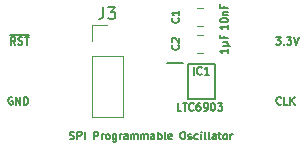
<source format=gbr>
%TF.GenerationSoftware,KiCad,Pcbnew,7.0.5*%
%TF.CreationDate,2023-12-18T16:36:39+02:00*%
%TF.ProjectId,Clock LTC6903,436c6f63-6b20-44c5-9443-363930332e6b,rev?*%
%TF.SameCoordinates,Original*%
%TF.FileFunction,Legend,Top*%
%TF.FilePolarity,Positive*%
%FSLAX46Y46*%
G04 Gerber Fmt 4.6, Leading zero omitted, Abs format (unit mm)*
G04 Created by KiCad (PCBNEW 7.0.5) date 2023-12-18 16:36:39*
%MOMM*%
%LPD*%
G01*
G04 APERTURE LIST*
%ADD10C,0.150000*%
%ADD11C,0.200000*%
%ADD12C,0.120000*%
G04 APERTURE END LIST*
D10*
X116198951Y-61606250D02*
X116289665Y-61636488D01*
X116289665Y-61636488D02*
X116440856Y-61636488D01*
X116440856Y-61636488D02*
X116501332Y-61606250D01*
X116501332Y-61606250D02*
X116531570Y-61576011D01*
X116531570Y-61576011D02*
X116561808Y-61515535D01*
X116561808Y-61515535D02*
X116561808Y-61455059D01*
X116561808Y-61455059D02*
X116531570Y-61394583D01*
X116531570Y-61394583D02*
X116501332Y-61364345D01*
X116501332Y-61364345D02*
X116440856Y-61334107D01*
X116440856Y-61334107D02*
X116319903Y-61303869D01*
X116319903Y-61303869D02*
X116259427Y-61273630D01*
X116259427Y-61273630D02*
X116229189Y-61243392D01*
X116229189Y-61243392D02*
X116198951Y-61182916D01*
X116198951Y-61182916D02*
X116198951Y-61122440D01*
X116198951Y-61122440D02*
X116229189Y-61061964D01*
X116229189Y-61061964D02*
X116259427Y-61031726D01*
X116259427Y-61031726D02*
X116319903Y-61001488D01*
X116319903Y-61001488D02*
X116471094Y-61001488D01*
X116471094Y-61001488D02*
X116561808Y-61031726D01*
X116833951Y-61636488D02*
X116833951Y-61001488D01*
X116833951Y-61001488D02*
X117075856Y-61001488D01*
X117075856Y-61001488D02*
X117136332Y-61031726D01*
X117136332Y-61031726D02*
X117166570Y-61061964D01*
X117166570Y-61061964D02*
X117196808Y-61122440D01*
X117196808Y-61122440D02*
X117196808Y-61213154D01*
X117196808Y-61213154D02*
X117166570Y-61273630D01*
X117166570Y-61273630D02*
X117136332Y-61303869D01*
X117136332Y-61303869D02*
X117075856Y-61334107D01*
X117075856Y-61334107D02*
X116833951Y-61334107D01*
X117468951Y-61636488D02*
X117468951Y-61001488D01*
X118255142Y-61636488D02*
X118255142Y-61001488D01*
X118255142Y-61001488D02*
X118497047Y-61001488D01*
X118497047Y-61001488D02*
X118557523Y-61031726D01*
X118557523Y-61031726D02*
X118587761Y-61061964D01*
X118587761Y-61061964D02*
X118617999Y-61122440D01*
X118617999Y-61122440D02*
X118617999Y-61213154D01*
X118617999Y-61213154D02*
X118587761Y-61273630D01*
X118587761Y-61273630D02*
X118557523Y-61303869D01*
X118557523Y-61303869D02*
X118497047Y-61334107D01*
X118497047Y-61334107D02*
X118255142Y-61334107D01*
X118890142Y-61636488D02*
X118890142Y-61213154D01*
X118890142Y-61334107D02*
X118920380Y-61273630D01*
X118920380Y-61273630D02*
X118950618Y-61243392D01*
X118950618Y-61243392D02*
X119011094Y-61213154D01*
X119011094Y-61213154D02*
X119071571Y-61213154D01*
X119373951Y-61636488D02*
X119313475Y-61606250D01*
X119313475Y-61606250D02*
X119283237Y-61576011D01*
X119283237Y-61576011D02*
X119252999Y-61515535D01*
X119252999Y-61515535D02*
X119252999Y-61334107D01*
X119252999Y-61334107D02*
X119283237Y-61273630D01*
X119283237Y-61273630D02*
X119313475Y-61243392D01*
X119313475Y-61243392D02*
X119373951Y-61213154D01*
X119373951Y-61213154D02*
X119464666Y-61213154D01*
X119464666Y-61213154D02*
X119525142Y-61243392D01*
X119525142Y-61243392D02*
X119555380Y-61273630D01*
X119555380Y-61273630D02*
X119585618Y-61334107D01*
X119585618Y-61334107D02*
X119585618Y-61515535D01*
X119585618Y-61515535D02*
X119555380Y-61576011D01*
X119555380Y-61576011D02*
X119525142Y-61606250D01*
X119525142Y-61606250D02*
X119464666Y-61636488D01*
X119464666Y-61636488D02*
X119373951Y-61636488D01*
X120129904Y-61213154D02*
X120129904Y-61727202D01*
X120129904Y-61727202D02*
X120099666Y-61787678D01*
X120099666Y-61787678D02*
X120069428Y-61817916D01*
X120069428Y-61817916D02*
X120008951Y-61848154D01*
X120008951Y-61848154D02*
X119918237Y-61848154D01*
X119918237Y-61848154D02*
X119857761Y-61817916D01*
X120129904Y-61606250D02*
X120069428Y-61636488D01*
X120069428Y-61636488D02*
X119948475Y-61636488D01*
X119948475Y-61636488D02*
X119887999Y-61606250D01*
X119887999Y-61606250D02*
X119857761Y-61576011D01*
X119857761Y-61576011D02*
X119827523Y-61515535D01*
X119827523Y-61515535D02*
X119827523Y-61334107D01*
X119827523Y-61334107D02*
X119857761Y-61273630D01*
X119857761Y-61273630D02*
X119887999Y-61243392D01*
X119887999Y-61243392D02*
X119948475Y-61213154D01*
X119948475Y-61213154D02*
X120069428Y-61213154D01*
X120069428Y-61213154D02*
X120129904Y-61243392D01*
X120432285Y-61636488D02*
X120432285Y-61213154D01*
X120432285Y-61334107D02*
X120462523Y-61273630D01*
X120462523Y-61273630D02*
X120492761Y-61243392D01*
X120492761Y-61243392D02*
X120553237Y-61213154D01*
X120553237Y-61213154D02*
X120613714Y-61213154D01*
X121097523Y-61636488D02*
X121097523Y-61303869D01*
X121097523Y-61303869D02*
X121067285Y-61243392D01*
X121067285Y-61243392D02*
X121006809Y-61213154D01*
X121006809Y-61213154D02*
X120885856Y-61213154D01*
X120885856Y-61213154D02*
X120825380Y-61243392D01*
X121097523Y-61606250D02*
X121037047Y-61636488D01*
X121037047Y-61636488D02*
X120885856Y-61636488D01*
X120885856Y-61636488D02*
X120825380Y-61606250D01*
X120825380Y-61606250D02*
X120795142Y-61545773D01*
X120795142Y-61545773D02*
X120795142Y-61485297D01*
X120795142Y-61485297D02*
X120825380Y-61424821D01*
X120825380Y-61424821D02*
X120885856Y-61394583D01*
X120885856Y-61394583D02*
X121037047Y-61394583D01*
X121037047Y-61394583D02*
X121097523Y-61364345D01*
X121399904Y-61636488D02*
X121399904Y-61213154D01*
X121399904Y-61273630D02*
X121430142Y-61243392D01*
X121430142Y-61243392D02*
X121490618Y-61213154D01*
X121490618Y-61213154D02*
X121581333Y-61213154D01*
X121581333Y-61213154D02*
X121641809Y-61243392D01*
X121641809Y-61243392D02*
X121672047Y-61303869D01*
X121672047Y-61303869D02*
X121672047Y-61636488D01*
X121672047Y-61303869D02*
X121702285Y-61243392D01*
X121702285Y-61243392D02*
X121762761Y-61213154D01*
X121762761Y-61213154D02*
X121853475Y-61213154D01*
X121853475Y-61213154D02*
X121913952Y-61243392D01*
X121913952Y-61243392D02*
X121944190Y-61303869D01*
X121944190Y-61303869D02*
X121944190Y-61636488D01*
X122246571Y-61636488D02*
X122246571Y-61213154D01*
X122246571Y-61273630D02*
X122276809Y-61243392D01*
X122276809Y-61243392D02*
X122337285Y-61213154D01*
X122337285Y-61213154D02*
X122428000Y-61213154D01*
X122428000Y-61213154D02*
X122488476Y-61243392D01*
X122488476Y-61243392D02*
X122518714Y-61303869D01*
X122518714Y-61303869D02*
X122518714Y-61636488D01*
X122518714Y-61303869D02*
X122548952Y-61243392D01*
X122548952Y-61243392D02*
X122609428Y-61213154D01*
X122609428Y-61213154D02*
X122700142Y-61213154D01*
X122700142Y-61213154D02*
X122760619Y-61243392D01*
X122760619Y-61243392D02*
X122790857Y-61303869D01*
X122790857Y-61303869D02*
X122790857Y-61636488D01*
X123365381Y-61636488D02*
X123365381Y-61303869D01*
X123365381Y-61303869D02*
X123335143Y-61243392D01*
X123335143Y-61243392D02*
X123274667Y-61213154D01*
X123274667Y-61213154D02*
X123153714Y-61213154D01*
X123153714Y-61213154D02*
X123093238Y-61243392D01*
X123365381Y-61606250D02*
X123304905Y-61636488D01*
X123304905Y-61636488D02*
X123153714Y-61636488D01*
X123153714Y-61636488D02*
X123093238Y-61606250D01*
X123093238Y-61606250D02*
X123063000Y-61545773D01*
X123063000Y-61545773D02*
X123063000Y-61485297D01*
X123063000Y-61485297D02*
X123093238Y-61424821D01*
X123093238Y-61424821D02*
X123153714Y-61394583D01*
X123153714Y-61394583D02*
X123304905Y-61394583D01*
X123304905Y-61394583D02*
X123365381Y-61364345D01*
X123667762Y-61636488D02*
X123667762Y-61001488D01*
X123667762Y-61243392D02*
X123728238Y-61213154D01*
X123728238Y-61213154D02*
X123849191Y-61213154D01*
X123849191Y-61213154D02*
X123909667Y-61243392D01*
X123909667Y-61243392D02*
X123939905Y-61273630D01*
X123939905Y-61273630D02*
X123970143Y-61334107D01*
X123970143Y-61334107D02*
X123970143Y-61515535D01*
X123970143Y-61515535D02*
X123939905Y-61576011D01*
X123939905Y-61576011D02*
X123909667Y-61606250D01*
X123909667Y-61606250D02*
X123849191Y-61636488D01*
X123849191Y-61636488D02*
X123728238Y-61636488D01*
X123728238Y-61636488D02*
X123667762Y-61606250D01*
X124333000Y-61636488D02*
X124272524Y-61606250D01*
X124272524Y-61606250D02*
X124242286Y-61545773D01*
X124242286Y-61545773D02*
X124242286Y-61001488D01*
X124816810Y-61606250D02*
X124756334Y-61636488D01*
X124756334Y-61636488D02*
X124635381Y-61636488D01*
X124635381Y-61636488D02*
X124574905Y-61606250D01*
X124574905Y-61606250D02*
X124544667Y-61545773D01*
X124544667Y-61545773D02*
X124544667Y-61303869D01*
X124544667Y-61303869D02*
X124574905Y-61243392D01*
X124574905Y-61243392D02*
X124635381Y-61213154D01*
X124635381Y-61213154D02*
X124756334Y-61213154D01*
X124756334Y-61213154D02*
X124816810Y-61243392D01*
X124816810Y-61243392D02*
X124847048Y-61303869D01*
X124847048Y-61303869D02*
X124847048Y-61364345D01*
X124847048Y-61364345D02*
X124544667Y-61424821D01*
X125723953Y-61001488D02*
X125844906Y-61001488D01*
X125844906Y-61001488D02*
X125905382Y-61031726D01*
X125905382Y-61031726D02*
X125965858Y-61092202D01*
X125965858Y-61092202D02*
X125996096Y-61213154D01*
X125996096Y-61213154D02*
X125996096Y-61424821D01*
X125996096Y-61424821D02*
X125965858Y-61545773D01*
X125965858Y-61545773D02*
X125905382Y-61606250D01*
X125905382Y-61606250D02*
X125844906Y-61636488D01*
X125844906Y-61636488D02*
X125723953Y-61636488D01*
X125723953Y-61636488D02*
X125663477Y-61606250D01*
X125663477Y-61606250D02*
X125603001Y-61545773D01*
X125603001Y-61545773D02*
X125572763Y-61424821D01*
X125572763Y-61424821D02*
X125572763Y-61213154D01*
X125572763Y-61213154D02*
X125603001Y-61092202D01*
X125603001Y-61092202D02*
X125663477Y-61031726D01*
X125663477Y-61031726D02*
X125723953Y-61001488D01*
X126238001Y-61606250D02*
X126298477Y-61636488D01*
X126298477Y-61636488D02*
X126419429Y-61636488D01*
X126419429Y-61636488D02*
X126479906Y-61606250D01*
X126479906Y-61606250D02*
X126510144Y-61545773D01*
X126510144Y-61545773D02*
X126510144Y-61515535D01*
X126510144Y-61515535D02*
X126479906Y-61455059D01*
X126479906Y-61455059D02*
X126419429Y-61424821D01*
X126419429Y-61424821D02*
X126328715Y-61424821D01*
X126328715Y-61424821D02*
X126268239Y-61394583D01*
X126268239Y-61394583D02*
X126238001Y-61334107D01*
X126238001Y-61334107D02*
X126238001Y-61303869D01*
X126238001Y-61303869D02*
X126268239Y-61243392D01*
X126268239Y-61243392D02*
X126328715Y-61213154D01*
X126328715Y-61213154D02*
X126419429Y-61213154D01*
X126419429Y-61213154D02*
X126479906Y-61243392D01*
X127054430Y-61606250D02*
X126993954Y-61636488D01*
X126993954Y-61636488D02*
X126873001Y-61636488D01*
X126873001Y-61636488D02*
X126812525Y-61606250D01*
X126812525Y-61606250D02*
X126782287Y-61576011D01*
X126782287Y-61576011D02*
X126752049Y-61515535D01*
X126752049Y-61515535D02*
X126752049Y-61334107D01*
X126752049Y-61334107D02*
X126782287Y-61273630D01*
X126782287Y-61273630D02*
X126812525Y-61243392D01*
X126812525Y-61243392D02*
X126873001Y-61213154D01*
X126873001Y-61213154D02*
X126993954Y-61213154D01*
X126993954Y-61213154D02*
X127054430Y-61243392D01*
X127326573Y-61636488D02*
X127326573Y-61213154D01*
X127326573Y-61001488D02*
X127296335Y-61031726D01*
X127296335Y-61031726D02*
X127326573Y-61061964D01*
X127326573Y-61061964D02*
X127356811Y-61031726D01*
X127356811Y-61031726D02*
X127326573Y-61001488D01*
X127326573Y-61001488D02*
X127326573Y-61061964D01*
X127719668Y-61636488D02*
X127659192Y-61606250D01*
X127659192Y-61606250D02*
X127628954Y-61545773D01*
X127628954Y-61545773D02*
X127628954Y-61001488D01*
X128052287Y-61636488D02*
X127991811Y-61606250D01*
X127991811Y-61606250D02*
X127961573Y-61545773D01*
X127961573Y-61545773D02*
X127961573Y-61001488D01*
X128566335Y-61636488D02*
X128566335Y-61303869D01*
X128566335Y-61303869D02*
X128536097Y-61243392D01*
X128536097Y-61243392D02*
X128475621Y-61213154D01*
X128475621Y-61213154D02*
X128354668Y-61213154D01*
X128354668Y-61213154D02*
X128294192Y-61243392D01*
X128566335Y-61606250D02*
X128505859Y-61636488D01*
X128505859Y-61636488D02*
X128354668Y-61636488D01*
X128354668Y-61636488D02*
X128294192Y-61606250D01*
X128294192Y-61606250D02*
X128263954Y-61545773D01*
X128263954Y-61545773D02*
X128263954Y-61485297D01*
X128263954Y-61485297D02*
X128294192Y-61424821D01*
X128294192Y-61424821D02*
X128354668Y-61394583D01*
X128354668Y-61394583D02*
X128505859Y-61394583D01*
X128505859Y-61394583D02*
X128566335Y-61364345D01*
X128778002Y-61213154D02*
X129019906Y-61213154D01*
X128868716Y-61001488D02*
X128868716Y-61545773D01*
X128868716Y-61545773D02*
X128898954Y-61606250D01*
X128898954Y-61606250D02*
X128959430Y-61636488D01*
X128959430Y-61636488D02*
X129019906Y-61636488D01*
X129322287Y-61636488D02*
X129261811Y-61606250D01*
X129261811Y-61606250D02*
X129231573Y-61576011D01*
X129231573Y-61576011D02*
X129201335Y-61515535D01*
X129201335Y-61515535D02*
X129201335Y-61334107D01*
X129201335Y-61334107D02*
X129231573Y-61273630D01*
X129231573Y-61273630D02*
X129261811Y-61243392D01*
X129261811Y-61243392D02*
X129322287Y-61213154D01*
X129322287Y-61213154D02*
X129413002Y-61213154D01*
X129413002Y-61213154D02*
X129473478Y-61243392D01*
X129473478Y-61243392D02*
X129503716Y-61273630D01*
X129503716Y-61273630D02*
X129533954Y-61334107D01*
X129533954Y-61334107D02*
X129533954Y-61515535D01*
X129533954Y-61515535D02*
X129503716Y-61576011D01*
X129503716Y-61576011D02*
X129473478Y-61606250D01*
X129473478Y-61606250D02*
X129413002Y-61636488D01*
X129413002Y-61636488D02*
X129322287Y-61636488D01*
X129806097Y-61636488D02*
X129806097Y-61213154D01*
X129806097Y-61334107D02*
X129836335Y-61273630D01*
X129836335Y-61273630D02*
X129866573Y-61243392D01*
X129866573Y-61243392D02*
X129927049Y-61213154D01*
X129927049Y-61213154D02*
X129987526Y-61213154D01*
X111594791Y-53625963D02*
X111383124Y-53323582D01*
X111231934Y-53625963D02*
X111231934Y-52990963D01*
X111231934Y-52990963D02*
X111473839Y-52990963D01*
X111473839Y-52990963D02*
X111534315Y-53021201D01*
X111534315Y-53021201D02*
X111564553Y-53051439D01*
X111564553Y-53051439D02*
X111594791Y-53111915D01*
X111594791Y-53111915D02*
X111594791Y-53202629D01*
X111594791Y-53202629D02*
X111564553Y-53263105D01*
X111564553Y-53263105D02*
X111534315Y-53293344D01*
X111534315Y-53293344D02*
X111473839Y-53323582D01*
X111473839Y-53323582D02*
X111231934Y-53323582D01*
X111836696Y-53595725D02*
X111927410Y-53625963D01*
X111927410Y-53625963D02*
X112078601Y-53625963D01*
X112078601Y-53625963D02*
X112139077Y-53595725D01*
X112139077Y-53595725D02*
X112169315Y-53565486D01*
X112169315Y-53565486D02*
X112199553Y-53505010D01*
X112199553Y-53505010D02*
X112199553Y-53444534D01*
X112199553Y-53444534D02*
X112169315Y-53384058D01*
X112169315Y-53384058D02*
X112139077Y-53353820D01*
X112139077Y-53353820D02*
X112078601Y-53323582D01*
X112078601Y-53323582D02*
X111957648Y-53293344D01*
X111957648Y-53293344D02*
X111897172Y-53263105D01*
X111897172Y-53263105D02*
X111866934Y-53232867D01*
X111866934Y-53232867D02*
X111836696Y-53172391D01*
X111836696Y-53172391D02*
X111836696Y-53111915D01*
X111836696Y-53111915D02*
X111866934Y-53051439D01*
X111866934Y-53051439D02*
X111897172Y-53021201D01*
X111897172Y-53021201D02*
X111957648Y-52990963D01*
X111957648Y-52990963D02*
X112108839Y-52990963D01*
X112108839Y-52990963D02*
X112199553Y-53021201D01*
X112380982Y-52990963D02*
X112743839Y-52990963D01*
X112562410Y-53625963D02*
X112562410Y-52990963D01*
X111144244Y-52814675D02*
X112740816Y-52814675D01*
X111352887Y-58101201D02*
X111292411Y-58070963D01*
X111292411Y-58070963D02*
X111201697Y-58070963D01*
X111201697Y-58070963D02*
X111110982Y-58101201D01*
X111110982Y-58101201D02*
X111050506Y-58161677D01*
X111050506Y-58161677D02*
X111020268Y-58222153D01*
X111020268Y-58222153D02*
X110990030Y-58343105D01*
X110990030Y-58343105D02*
X110990030Y-58433820D01*
X110990030Y-58433820D02*
X111020268Y-58554772D01*
X111020268Y-58554772D02*
X111050506Y-58615248D01*
X111050506Y-58615248D02*
X111110982Y-58675725D01*
X111110982Y-58675725D02*
X111201697Y-58705963D01*
X111201697Y-58705963D02*
X111262173Y-58705963D01*
X111262173Y-58705963D02*
X111352887Y-58675725D01*
X111352887Y-58675725D02*
X111383125Y-58645486D01*
X111383125Y-58645486D02*
X111383125Y-58433820D01*
X111383125Y-58433820D02*
X111262173Y-58433820D01*
X111655268Y-58705963D02*
X111655268Y-58070963D01*
X111655268Y-58070963D02*
X112018125Y-58705963D01*
X112018125Y-58705963D02*
X112018125Y-58070963D01*
X112320506Y-58705963D02*
X112320506Y-58070963D01*
X112320506Y-58070963D02*
X112471696Y-58070963D01*
X112471696Y-58070963D02*
X112562411Y-58101201D01*
X112562411Y-58101201D02*
X112622887Y-58161677D01*
X112622887Y-58161677D02*
X112653125Y-58222153D01*
X112653125Y-58222153D02*
X112683363Y-58343105D01*
X112683363Y-58343105D02*
X112683363Y-58433820D01*
X112683363Y-58433820D02*
X112653125Y-58554772D01*
X112653125Y-58554772D02*
X112622887Y-58615248D01*
X112622887Y-58615248D02*
X112562411Y-58675725D01*
X112562411Y-58675725D02*
X112471696Y-58705963D01*
X112471696Y-58705963D02*
X112320506Y-58705963D01*
X133666398Y-52990963D02*
X134059493Y-52990963D01*
X134059493Y-52990963D02*
X133847826Y-53232867D01*
X133847826Y-53232867D02*
X133938541Y-53232867D01*
X133938541Y-53232867D02*
X133999017Y-53263105D01*
X133999017Y-53263105D02*
X134029255Y-53293344D01*
X134029255Y-53293344D02*
X134059493Y-53353820D01*
X134059493Y-53353820D02*
X134059493Y-53505010D01*
X134059493Y-53505010D02*
X134029255Y-53565486D01*
X134029255Y-53565486D02*
X133999017Y-53595725D01*
X133999017Y-53595725D02*
X133938541Y-53625963D01*
X133938541Y-53625963D02*
X133757112Y-53625963D01*
X133757112Y-53625963D02*
X133696636Y-53595725D01*
X133696636Y-53595725D02*
X133666398Y-53565486D01*
X134331636Y-53565486D02*
X134361874Y-53595725D01*
X134361874Y-53595725D02*
X134331636Y-53625963D01*
X134331636Y-53625963D02*
X134301398Y-53595725D01*
X134301398Y-53595725D02*
X134331636Y-53565486D01*
X134331636Y-53565486D02*
X134331636Y-53625963D01*
X134573541Y-52990963D02*
X134966636Y-52990963D01*
X134966636Y-52990963D02*
X134754969Y-53232867D01*
X134754969Y-53232867D02*
X134845684Y-53232867D01*
X134845684Y-53232867D02*
X134906160Y-53263105D01*
X134906160Y-53263105D02*
X134936398Y-53293344D01*
X134936398Y-53293344D02*
X134966636Y-53353820D01*
X134966636Y-53353820D02*
X134966636Y-53505010D01*
X134966636Y-53505010D02*
X134936398Y-53565486D01*
X134936398Y-53565486D02*
X134906160Y-53595725D01*
X134906160Y-53595725D02*
X134845684Y-53625963D01*
X134845684Y-53625963D02*
X134664255Y-53625963D01*
X134664255Y-53625963D02*
X134603779Y-53595725D01*
X134603779Y-53595725D02*
X134573541Y-53565486D01*
X135148065Y-52990963D02*
X135359731Y-53625963D01*
X135359731Y-53625963D02*
X135571398Y-52990963D01*
X134089731Y-58645486D02*
X134059493Y-58675725D01*
X134059493Y-58675725D02*
X133968779Y-58705963D01*
X133968779Y-58705963D02*
X133908303Y-58705963D01*
X133908303Y-58705963D02*
X133817588Y-58675725D01*
X133817588Y-58675725D02*
X133757112Y-58615248D01*
X133757112Y-58615248D02*
X133726874Y-58554772D01*
X133726874Y-58554772D02*
X133696636Y-58433820D01*
X133696636Y-58433820D02*
X133696636Y-58343105D01*
X133696636Y-58343105D02*
X133726874Y-58222153D01*
X133726874Y-58222153D02*
X133757112Y-58161677D01*
X133757112Y-58161677D02*
X133817588Y-58101201D01*
X133817588Y-58101201D02*
X133908303Y-58070963D01*
X133908303Y-58070963D02*
X133968779Y-58070963D01*
X133968779Y-58070963D02*
X134059493Y-58101201D01*
X134059493Y-58101201D02*
X134089731Y-58131439D01*
X134664255Y-58705963D02*
X134361874Y-58705963D01*
X134361874Y-58705963D02*
X134361874Y-58070963D01*
X134875922Y-58705963D02*
X134875922Y-58070963D01*
X135238779Y-58705963D02*
X134966636Y-58343105D01*
X135238779Y-58070963D02*
X134875922Y-58433820D01*
%TO.C,IC1*%
X126708119Y-56165963D02*
X126708119Y-55530963D01*
X127373357Y-56105486D02*
X127343119Y-56135725D01*
X127343119Y-56135725D02*
X127252405Y-56165963D01*
X127252405Y-56165963D02*
X127191929Y-56165963D01*
X127191929Y-56165963D02*
X127101214Y-56135725D01*
X127101214Y-56135725D02*
X127040738Y-56075248D01*
X127040738Y-56075248D02*
X127010500Y-56014772D01*
X127010500Y-56014772D02*
X126980262Y-55893820D01*
X126980262Y-55893820D02*
X126980262Y-55803105D01*
X126980262Y-55803105D02*
X127010500Y-55682153D01*
X127010500Y-55682153D02*
X127040738Y-55621677D01*
X127040738Y-55621677D02*
X127101214Y-55561201D01*
X127101214Y-55561201D02*
X127191929Y-55530963D01*
X127191929Y-55530963D02*
X127252405Y-55530963D01*
X127252405Y-55530963D02*
X127343119Y-55561201D01*
X127343119Y-55561201D02*
X127373357Y-55591439D01*
X127978119Y-56165963D02*
X127615262Y-56165963D01*
X127796690Y-56165963D02*
X127796690Y-55530963D01*
X127796690Y-55530963D02*
X127736214Y-55621677D01*
X127736214Y-55621677D02*
X127675738Y-55682153D01*
X127675738Y-55682153D02*
X127615262Y-55712391D01*
X125628618Y-59213963D02*
X125326237Y-59213963D01*
X125326237Y-59213963D02*
X125326237Y-58578963D01*
X125749571Y-58578963D02*
X126112428Y-58578963D01*
X125930999Y-59213963D02*
X125930999Y-58578963D01*
X126686952Y-59153486D02*
X126656714Y-59183725D01*
X126656714Y-59183725D02*
X126566000Y-59213963D01*
X126566000Y-59213963D02*
X126505524Y-59213963D01*
X126505524Y-59213963D02*
X126414809Y-59183725D01*
X126414809Y-59183725D02*
X126354333Y-59123248D01*
X126354333Y-59123248D02*
X126324095Y-59062772D01*
X126324095Y-59062772D02*
X126293857Y-58941820D01*
X126293857Y-58941820D02*
X126293857Y-58851105D01*
X126293857Y-58851105D02*
X126324095Y-58730153D01*
X126324095Y-58730153D02*
X126354333Y-58669677D01*
X126354333Y-58669677D02*
X126414809Y-58609201D01*
X126414809Y-58609201D02*
X126505524Y-58578963D01*
X126505524Y-58578963D02*
X126566000Y-58578963D01*
X126566000Y-58578963D02*
X126656714Y-58609201D01*
X126656714Y-58609201D02*
X126686952Y-58639439D01*
X127231238Y-58578963D02*
X127110285Y-58578963D01*
X127110285Y-58578963D02*
X127049809Y-58609201D01*
X127049809Y-58609201D02*
X127019571Y-58639439D01*
X127019571Y-58639439D02*
X126959095Y-58730153D01*
X126959095Y-58730153D02*
X126928857Y-58851105D01*
X126928857Y-58851105D02*
X126928857Y-59093010D01*
X126928857Y-59093010D02*
X126959095Y-59153486D01*
X126959095Y-59153486D02*
X126989333Y-59183725D01*
X126989333Y-59183725D02*
X127049809Y-59213963D01*
X127049809Y-59213963D02*
X127170762Y-59213963D01*
X127170762Y-59213963D02*
X127231238Y-59183725D01*
X127231238Y-59183725D02*
X127261476Y-59153486D01*
X127261476Y-59153486D02*
X127291714Y-59093010D01*
X127291714Y-59093010D02*
X127291714Y-58941820D01*
X127291714Y-58941820D02*
X127261476Y-58881344D01*
X127261476Y-58881344D02*
X127231238Y-58851105D01*
X127231238Y-58851105D02*
X127170762Y-58820867D01*
X127170762Y-58820867D02*
X127049809Y-58820867D01*
X127049809Y-58820867D02*
X126989333Y-58851105D01*
X126989333Y-58851105D02*
X126959095Y-58881344D01*
X126959095Y-58881344D02*
X126928857Y-58941820D01*
X127594095Y-59213963D02*
X127715047Y-59213963D01*
X127715047Y-59213963D02*
X127775524Y-59183725D01*
X127775524Y-59183725D02*
X127805762Y-59153486D01*
X127805762Y-59153486D02*
X127866238Y-59062772D01*
X127866238Y-59062772D02*
X127896476Y-58941820D01*
X127896476Y-58941820D02*
X127896476Y-58699915D01*
X127896476Y-58699915D02*
X127866238Y-58639439D01*
X127866238Y-58639439D02*
X127836000Y-58609201D01*
X127836000Y-58609201D02*
X127775524Y-58578963D01*
X127775524Y-58578963D02*
X127654571Y-58578963D01*
X127654571Y-58578963D02*
X127594095Y-58609201D01*
X127594095Y-58609201D02*
X127563857Y-58639439D01*
X127563857Y-58639439D02*
X127533619Y-58699915D01*
X127533619Y-58699915D02*
X127533619Y-58851105D01*
X127533619Y-58851105D02*
X127563857Y-58911582D01*
X127563857Y-58911582D02*
X127594095Y-58941820D01*
X127594095Y-58941820D02*
X127654571Y-58972058D01*
X127654571Y-58972058D02*
X127775524Y-58972058D01*
X127775524Y-58972058D02*
X127836000Y-58941820D01*
X127836000Y-58941820D02*
X127866238Y-58911582D01*
X127866238Y-58911582D02*
X127896476Y-58851105D01*
X128289571Y-58578963D02*
X128350048Y-58578963D01*
X128350048Y-58578963D02*
X128410524Y-58609201D01*
X128410524Y-58609201D02*
X128440762Y-58639439D01*
X128440762Y-58639439D02*
X128471000Y-58699915D01*
X128471000Y-58699915D02*
X128501238Y-58820867D01*
X128501238Y-58820867D02*
X128501238Y-58972058D01*
X128501238Y-58972058D02*
X128471000Y-59093010D01*
X128471000Y-59093010D02*
X128440762Y-59153486D01*
X128440762Y-59153486D02*
X128410524Y-59183725D01*
X128410524Y-59183725D02*
X128350048Y-59213963D01*
X128350048Y-59213963D02*
X128289571Y-59213963D01*
X128289571Y-59213963D02*
X128229095Y-59183725D01*
X128229095Y-59183725D02*
X128198857Y-59153486D01*
X128198857Y-59153486D02*
X128168619Y-59093010D01*
X128168619Y-59093010D02*
X128138381Y-58972058D01*
X128138381Y-58972058D02*
X128138381Y-58820867D01*
X128138381Y-58820867D02*
X128168619Y-58699915D01*
X128168619Y-58699915D02*
X128198857Y-58639439D01*
X128198857Y-58639439D02*
X128229095Y-58609201D01*
X128229095Y-58609201D02*
X128289571Y-58578963D01*
X128712905Y-58578963D02*
X129106000Y-58578963D01*
X129106000Y-58578963D02*
X128894333Y-58820867D01*
X128894333Y-58820867D02*
X128985048Y-58820867D01*
X128985048Y-58820867D02*
X129045524Y-58851105D01*
X129045524Y-58851105D02*
X129075762Y-58881344D01*
X129075762Y-58881344D02*
X129106000Y-58941820D01*
X129106000Y-58941820D02*
X129106000Y-59093010D01*
X129106000Y-59093010D02*
X129075762Y-59153486D01*
X129075762Y-59153486D02*
X129045524Y-59183725D01*
X129045524Y-59183725D02*
X128985048Y-59213963D01*
X128985048Y-59213963D02*
X128803619Y-59213963D01*
X128803619Y-59213963D02*
X128743143Y-59183725D01*
X128743143Y-59183725D02*
X128712905Y-59153486D01*
%TO.C,J3*%
X119046666Y-50464819D02*
X119046666Y-51179104D01*
X119046666Y-51179104D02*
X118999047Y-51321961D01*
X118999047Y-51321961D02*
X118903809Y-51417200D01*
X118903809Y-51417200D02*
X118760952Y-51464819D01*
X118760952Y-51464819D02*
X118665714Y-51464819D01*
X119427619Y-50464819D02*
X120046666Y-50464819D01*
X120046666Y-50464819D02*
X119713333Y-50845771D01*
X119713333Y-50845771D02*
X119856190Y-50845771D01*
X119856190Y-50845771D02*
X119951428Y-50893390D01*
X119951428Y-50893390D02*
X119999047Y-50941009D01*
X119999047Y-50941009D02*
X120046666Y-51036247D01*
X120046666Y-51036247D02*
X120046666Y-51274342D01*
X120046666Y-51274342D02*
X119999047Y-51369580D01*
X119999047Y-51369580D02*
X119951428Y-51417200D01*
X119951428Y-51417200D02*
X119856190Y-51464819D01*
X119856190Y-51464819D02*
X119570476Y-51464819D01*
X119570476Y-51464819D02*
X119475238Y-51417200D01*
X119475238Y-51417200D02*
X119427619Y-51369580D01*
%TO.C,C2*%
X125404486Y-53672833D02*
X125434725Y-53703071D01*
X125434725Y-53703071D02*
X125464963Y-53793785D01*
X125464963Y-53793785D02*
X125464963Y-53854261D01*
X125464963Y-53854261D02*
X125434725Y-53944976D01*
X125434725Y-53944976D02*
X125374248Y-54005452D01*
X125374248Y-54005452D02*
X125313772Y-54035690D01*
X125313772Y-54035690D02*
X125192820Y-54065928D01*
X125192820Y-54065928D02*
X125102105Y-54065928D01*
X125102105Y-54065928D02*
X124981153Y-54035690D01*
X124981153Y-54035690D02*
X124920677Y-54005452D01*
X124920677Y-54005452D02*
X124860201Y-53944976D01*
X124860201Y-53944976D02*
X124829963Y-53854261D01*
X124829963Y-53854261D02*
X124829963Y-53793785D01*
X124829963Y-53793785D02*
X124860201Y-53703071D01*
X124860201Y-53703071D02*
X124890439Y-53672833D01*
X124890439Y-53430928D02*
X124860201Y-53400690D01*
X124860201Y-53400690D02*
X124829963Y-53340214D01*
X124829963Y-53340214D02*
X124829963Y-53189023D01*
X124829963Y-53189023D02*
X124860201Y-53128547D01*
X124860201Y-53128547D02*
X124890439Y-53098309D01*
X124890439Y-53098309D02*
X124950915Y-53068071D01*
X124950915Y-53068071D02*
X125011391Y-53068071D01*
X125011391Y-53068071D02*
X125102105Y-53098309D01*
X125102105Y-53098309D02*
X125464963Y-53461166D01*
X125464963Y-53461166D02*
X125464963Y-53068071D01*
X129571963Y-54017333D02*
X129571963Y-54380190D01*
X129571963Y-54198762D02*
X128936963Y-54198762D01*
X128936963Y-54198762D02*
X129027677Y-54259238D01*
X129027677Y-54259238D02*
X129088153Y-54319714D01*
X129088153Y-54319714D02*
X129118391Y-54380190D01*
X129148629Y-53745190D02*
X129783629Y-53745190D01*
X129481248Y-53442809D02*
X129541725Y-53412571D01*
X129541725Y-53412571D02*
X129571963Y-53352095D01*
X129481248Y-53745190D02*
X129541725Y-53714952D01*
X129541725Y-53714952D02*
X129571963Y-53654476D01*
X129571963Y-53654476D02*
X129571963Y-53533523D01*
X129571963Y-53533523D02*
X129541725Y-53473047D01*
X129541725Y-53473047D02*
X129481248Y-53442809D01*
X129481248Y-53442809D02*
X129148629Y-53442809D01*
X129239344Y-52868285D02*
X129239344Y-53079952D01*
X129571963Y-53079952D02*
X128936963Y-53079952D01*
X128936963Y-53079952D02*
X128936963Y-52777571D01*
%TO.C,C1*%
X125404486Y-51386833D02*
X125434725Y-51417071D01*
X125434725Y-51417071D02*
X125464963Y-51507785D01*
X125464963Y-51507785D02*
X125464963Y-51568261D01*
X125464963Y-51568261D02*
X125434725Y-51658976D01*
X125434725Y-51658976D02*
X125374248Y-51719452D01*
X125374248Y-51719452D02*
X125313772Y-51749690D01*
X125313772Y-51749690D02*
X125192820Y-51779928D01*
X125192820Y-51779928D02*
X125102105Y-51779928D01*
X125102105Y-51779928D02*
X124981153Y-51749690D01*
X124981153Y-51749690D02*
X124920677Y-51719452D01*
X124920677Y-51719452D02*
X124860201Y-51658976D01*
X124860201Y-51658976D02*
X124829963Y-51568261D01*
X124829963Y-51568261D02*
X124829963Y-51507785D01*
X124829963Y-51507785D02*
X124860201Y-51417071D01*
X124860201Y-51417071D02*
X124890439Y-51386833D01*
X125464963Y-50782071D02*
X125464963Y-51144928D01*
X125464963Y-50963500D02*
X124829963Y-50963500D01*
X124829963Y-50963500D02*
X124920677Y-51023976D01*
X124920677Y-51023976D02*
X124981153Y-51084452D01*
X124981153Y-51084452D02*
X125011391Y-51144928D01*
X129571963Y-51988357D02*
X129571963Y-52351214D01*
X129571963Y-52169786D02*
X128936963Y-52169786D01*
X128936963Y-52169786D02*
X129027677Y-52230262D01*
X129027677Y-52230262D02*
X129088153Y-52290738D01*
X129088153Y-52290738D02*
X129118391Y-52351214D01*
X128936963Y-51595262D02*
X128936963Y-51534785D01*
X128936963Y-51534785D02*
X128967201Y-51474309D01*
X128967201Y-51474309D02*
X128997439Y-51444071D01*
X128997439Y-51444071D02*
X129057915Y-51413833D01*
X129057915Y-51413833D02*
X129178867Y-51383595D01*
X129178867Y-51383595D02*
X129330058Y-51383595D01*
X129330058Y-51383595D02*
X129451010Y-51413833D01*
X129451010Y-51413833D02*
X129511486Y-51444071D01*
X129511486Y-51444071D02*
X129541725Y-51474309D01*
X129541725Y-51474309D02*
X129571963Y-51534785D01*
X129571963Y-51534785D02*
X129571963Y-51595262D01*
X129571963Y-51595262D02*
X129541725Y-51655738D01*
X129541725Y-51655738D02*
X129511486Y-51685976D01*
X129511486Y-51685976D02*
X129451010Y-51716214D01*
X129451010Y-51716214D02*
X129330058Y-51746452D01*
X129330058Y-51746452D02*
X129178867Y-51746452D01*
X129178867Y-51746452D02*
X129057915Y-51716214D01*
X129057915Y-51716214D02*
X128997439Y-51685976D01*
X128997439Y-51685976D02*
X128967201Y-51655738D01*
X128967201Y-51655738D02*
X128936963Y-51595262D01*
X129148629Y-51111452D02*
X129571963Y-51111452D01*
X129209105Y-51111452D02*
X129178867Y-51081214D01*
X129178867Y-51081214D02*
X129148629Y-51020738D01*
X129148629Y-51020738D02*
X129148629Y-50930023D01*
X129148629Y-50930023D02*
X129178867Y-50869547D01*
X129178867Y-50869547D02*
X129239344Y-50839309D01*
X129239344Y-50839309D02*
X129571963Y-50839309D01*
X129239344Y-50325261D02*
X129239344Y-50536928D01*
X129571963Y-50536928D02*
X128936963Y-50536928D01*
X128936963Y-50536928D02*
X128936963Y-50234547D01*
D11*
%TO.C,IC1*%
X124403000Y-55219000D02*
X125828000Y-55219000D01*
X126178000Y-55269000D02*
X128478000Y-55269000D01*
X126178000Y-58269000D02*
X126178000Y-55269000D01*
X128478000Y-55269000D02*
X128478000Y-58269000D01*
X128478000Y-58269000D02*
X126178000Y-58269000D01*
D12*
%TO.C,J3*%
X118050000Y-52010000D02*
X119380000Y-52010000D01*
X118050000Y-53340000D02*
X118050000Y-52010000D01*
X118050000Y-54610000D02*
X118050000Y-59750000D01*
X118050000Y-54610000D02*
X120710000Y-54610000D01*
X118050000Y-59750000D02*
X120710000Y-59750000D01*
X120710000Y-54610000D02*
X120710000Y-59750000D01*
%TO.C,C2*%
X127499252Y-54329000D02*
X126976748Y-54329000D01*
X127499252Y-52859000D02*
X126976748Y-52859000D01*
%TO.C,C1*%
X127499252Y-52043000D02*
X126976748Y-52043000D01*
X127499252Y-50573000D02*
X126976748Y-50573000D01*
%TD*%
M02*

</source>
